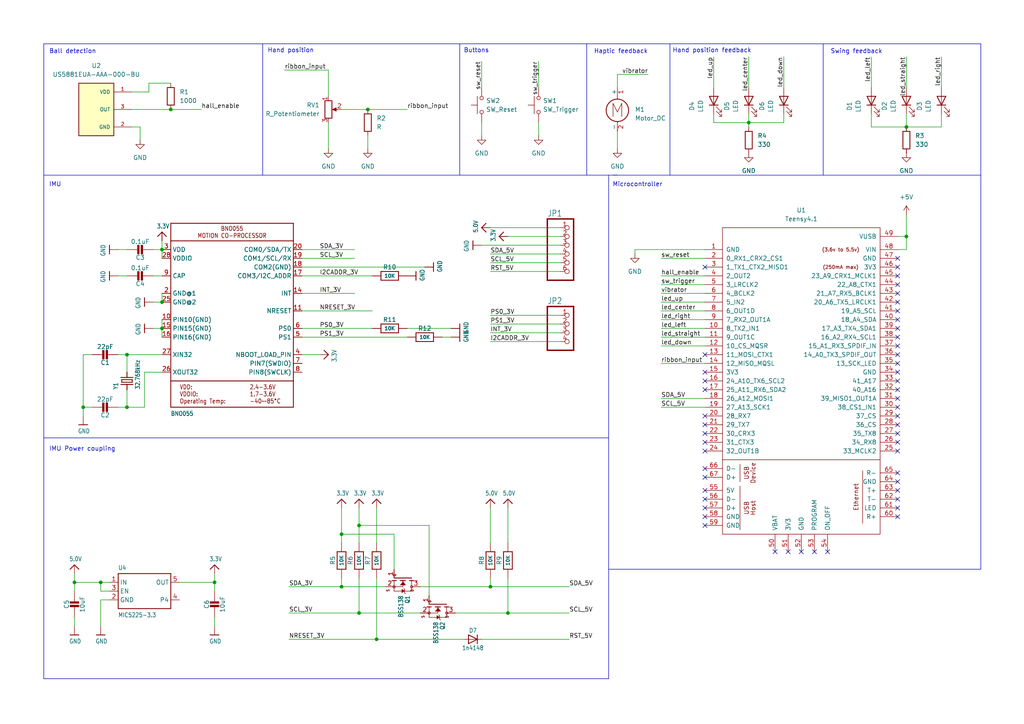
<source format=kicad_sch>
(kicad_sch (version 20231120) (generator "eeschema") (generator_version "8.0")
  (paper "A4")
  (title_block (title "Golf Trainer") (date "2025-02-13") (company "Università di Trento"))
  (lib_symbols
    (symbol "Adafruit BNO055-eagle-import:3.3V" (power)
      (symbol "3.3V_1_0"
        (pin power_in line (at 0 -2.54 90) (length 2.54) (name "3.3V") (number "1"))
      )
    )
    (symbol "Adafruit BNO055-eagle-import:5.0V" (power)
      (symbol "5.0V_1_0"
        (pin power_in line (at 0 -2.54 90) (length 2.54) (name "5.0V") (number "1"))
      )
    )
    (symbol "Adafruit BNO055-eagle-import:BNO055"
      (symbol "BNO055_1_0"
        (text "2.4-3.6V\n1.7-3.6V\n-40~~85°C" (at 5.08 -24.13 0) (effects (font (size 1.27 1.0795)) (justify left)))
        (text "BNO055\nMOTION CO-PROCESSOR" (at 0 22.86 0) (effects (font (size 1.27 1.0795))))
        (text "VDD:\nVDDIO:\nOperating Temp:" (at -15.24 -24.13 0) (effects (font (size 1.27 1.0795)) (justify left)))
        (pin bidirectional line (at -20.32 -2.54 0) (length 2.54) (name "PIN10(GND)") (number "10"))
        (pin bidirectional line (at 20.32 0 180) (length 2.54) (name "NRESET") (number "11"))
        (pin output line (at 20.32 5.08 180) (length 2.54) (name "INT") (number "14"))
        (pin bidirectional line (at -20.32 -5.08 0) (length 2.54) (name "PIN15(GND)") (number "15"))
        (pin bidirectional line (at -20.32 -7.62 0) (length 2.54) (name "PIN16(GND)") (number "16"))
        (pin bidirectional line (at 20.32 10.16 180) (length 2.54) (name "COM3/I2C_ADDR") (number "17"))
        (pin bidirectional line (at 20.32 12.7 180) (length 2.54) (name "COM2(GND)") (number "18"))
        (pin bidirectional line (at 20.32 15.24 180) (length 2.54) (name "COM1/SCL/RX") (number "19"))
        (pin power_in line (at -20.32 5.08 0) (length 2.54) (name "GND@1") (number "2"))
        (pin bidirectional line (at 20.32 17.78 180) (length 2.54) (name "COM0/SDA/TX") (number "20"))
        (pin power_in line (at -20.32 2.54 0) (length 2.54) (name "GND@2") (number "25"))
        (pin output line (at -20.32 -17.78 0) (length 2.54) (name "XOUT32") (number "26"))
        (pin input line (at -20.32 -12.7 0) (length 2.54) (name "XIN32") (number "27"))
        (pin power_in line (at -20.32 15.24 0) (length 2.54) (name "VDDIO") (number "28"))
        (pin power_in line (at -20.32 17.78 0) (length 2.54) (name "VDD") (number "3"))
        (pin bidirectional line (at 20.32 -12.7 180) (length 2.54) (name "NBOOT_LOAD_PIN") (number "4"))
        (pin input line (at 20.32 -7.62 180) (length 2.54) (name "PS1") (number "5"))
        (pin input line (at 20.32 -5.08 180) (length 2.54) (name "PS0") (number "6"))
        (pin bidirectional line (at 20.32 -15.24 180) (length 2.54) (name "PIN7(SWDIO)") (number "7"))
        (pin bidirectional line (at 20.32 -17.78 180) (length 2.54) (name "PIN8(SWCLK)") (number "8"))
        (pin passive line (at -20.32 10.16 0) (length 2.54) (name "CAP") (number "9"))
      )
    )
    (symbol "Adafruit BNO055-eagle-import:CAP_CERAMIC0805-NOOUTLINE"
      (property "Reference" "C" (at -2.29 1.25 90))
      (symbol "CAP_CERAMIC0805-NOOUTLINE_1_0"
        (pin passive line (at 0 5.08 270) (length 2.54) (name "1") (number "1"))
        (pin passive line (at 0 -2.54 90) (length 2.54) (name "2") (number "2"))
      )
    )
    (symbol "Adafruit BNO055-eagle-import:CAP_CERAMIC0805_10MGAP"
      (property "Reference" "C" (at -2.29 1.25 90))
      (symbol "CAP_CERAMIC0805_10MGAP_1_0"
        (pin passive line (at 0 5.08 270) (length 2.54) (name "1") (number "1"))
        (pin passive line (at 0 -2.54 90) (length 2.54) (name "2") (number "2"))
      )
    )
    (symbol "Adafruit BNO055-eagle-import:CRYSTAL8.0X3.8"
      (property "Reference" "Y" (at -2.54 2.54 0))
      (symbol "CRYSTAL8.0X3.8_1_0"
        (pin passive line (at -2.54 0 0) (length 0) (name "1") (number "P$1"))
        (pin passive line (at 2.54 0 180) (length 0) (name "2") (number "P$4"))
      )
    )
    (symbol "Adafruit BNO055-eagle-import:DIODESOD-323"
      (property "Reference" "D" (at 0 2.54 0))
      (symbol "DIODESOD-323_1_0"
        (pin passive line (at -2.54 0 0) (length 2.54) (name "A") (number "A"))
        (pin passive line (at 2.54 0 180) (length 2.54) (name "C") (number "C"))
      )
    )
    (symbol "Adafruit BNO055-eagle-import:GND" (power)
      (symbol "GND_1_0"
        (pin power_in line (at 0 2.54 270) (length 2.54) (name "GND") (number "1"))
      )
    )
    (symbol "Adafruit BNO055-eagle-import:HEADER-1X476MIL"
      (property "Reference" "JP" (at -6.35 8.255 0))
      (symbol "HEADER-1X476MIL_1_0"
        (pin passive inverted (at -2.54 5.08 0) (length 2.54) (name "1") (number "1"))
        (pin passive inverted (at -2.54 2.54 0) (length 2.54) (name "2") (number "2"))
        (pin passive inverted (at -2.54 0 0) (length 2.54) (name "3") (number "3"))
        (pin passive inverted (at -2.54 -2.54 0) (length 2.54) (name "4") (number "4"))
      )
    )
    (symbol "Adafruit BNO055-eagle-import:HEADER-1X676MIL"
      (property "Reference" "JP" (at -6.35 10.795 0))
      (symbol "HEADER-1X676MIL_1_0"
        (pin passive inverted (at -2.54 7.62 0) (length 2.54) (name "1") (number "1"))
        (pin passive inverted (at -2.54 5.08 0) (length 2.54) (name "2") (number "2"))
        (pin passive inverted (at -2.54 2.54 0) (length 2.54) (name "3") (number "3"))
        (pin passive inverted (at -2.54 0 0) (length 2.54) (name "4") (number "4"))
        (pin passive inverted (at -2.54 -2.54 0) (length 2.54) (name "5") (number "5"))
        (pin passive inverted (at -2.54 -5.08 0) (length 2.54) (name "6") (number "6"))
      )
    )
    (symbol "Adafruit BNO055-eagle-import:MOSFET-NWIDE"
      (property "Reference" "Q" (at 5.08 0.635 0))
      (symbol "MOSFET-NWIDE_1_0"
        (text "D" (at 3.175 3.175 0) (effects (font (size 0.8128 0.6908)) (justify left bottom)))
        (text "G" (at -1.27 -1.905 0) (effects (font (size 0.8128 0.6908)) (justify left bottom)))
        (text "S" (at 3.175 -3.81 0) (effects (font (size 0.8128 0.6908)) (justify left bottom)))
        (pin bidirectional line (at -2.54 -2.54 0) (length 2.54) (name "G") (number "1"))
        (pin bidirectional line (at 2.54 -5.08 90) (length 2.54) (name "S") (number "2"))
        (pin bidirectional line (at 2.54 5.08 270) (length 2.54) (name "D") (number "3"))
      )
    )
    (symbol "Adafruit BNO055-eagle-import:RESISTOR0805_NOOUTLINE"
      (property "Reference" "R" (at 0 2.54 0))
      (symbol "RESISTOR0805_NOOUTLINE_1_0"
        (pin passive line (at -5.08 0 0) (length 2.54) (name "1") (number "1"))
        (pin passive line (at 5.08 0 180) (length 2.54) (name "2") (number "2"))
      )
    )
    (symbol "Adafruit BNO055-eagle-import:RESISTOR_0805MP"
      (property "Reference" "R" (at 0 2.54 0))
      (symbol "RESISTOR_0805MP_1_0"
        (pin passive line (at -5.08 0 0) (length 2.54) (name "1") (number "1"))
        (pin passive line (at 5.08 0 180) (length 2.54) (name "2") (number "2"))
      )
    )
    (symbol "Adafruit BNO055-eagle-import:VREG_SOT23-5"
      (property "Reference" "U" (at -7.62 6.096 0))
      (symbol "VREG_SOT23-5_1_0"
        (pin power_in line (at -10.16 2.54 0) (length 2.54) (name "IN") (number "1"))
        (pin power_in line (at -10.16 -2.54 0) (length 2.54) (name "GND") (number "2"))
        (pin input line (at -10.16 0 0) (length 2.54) (name "EN") (number "3"))
        (pin bidirectional line (at 10.16 -2.54 180) (length 2.54) (name "P4") (number "4"))
        (pin power_in line (at 10.16 2.54 180) (length 2.54) (name "OUT") (number "5"))
      )
    )
    (symbol "Device:LED" (pin_numbers hide) (pin_names (offset 1.016) hide)
      (property "Reference" "D" (at 0 2.54 0))
      (property "Value" "LED" (at 0 -2.54 0))
      (symbol "LED_1_1"
        (pin passive line (at -3.81 0 0) (length 2.54) (name "K") (number "1"))
        (pin passive line (at 3.81 0 180) (length 2.54) (name "A") (number "2"))
      )
    )
    (symbol "Device:R" (pin_numbers hide) (pin_names (offset 0))
      (property "Reference" "R" (at 2.032 0 90))
      (property "Value" "R" (at 0 0 90))
      (symbol "R_1_1"
        (pin passive line (at 0 3.81 270) (length 1.27) (name "~") (number "1"))
        (pin passive line (at 0 -3.81 90) (length 1.27) (name "~") (number "2"))
      )
    )
    (symbol "Device:R_Potentiometer" (pin_names (offset 1.016) hide)
      (property "Reference" "RV" (at -4.445 0 90))
      (property "Value" "R_Potentiometer" (at -2.54 0 90))
      (symbol "R_Potentiometer_1_1"
        (pin passive line (at 0 3.81 270) (length 1.27) (name "1") (number "1"))
        (pin passive line (at 3.81 0 180) (length 1.27) (name "2") (number "2"))
        (pin passive line (at 0 -3.81 90) (length 1.27) (name "3") (number "3"))
      )
    )
    (symbol "Hall_effect:US5881EUA-AAA-000-BU" (pin_names (offset 1.016))
      (property "Reference" "U" (at -5.08 8.382 0))
      (property "Value" "US5881EUA-AAA-000-BU" (at -5.08 -10.16 0))
      (symbol "US5881EUA-AAA-000-BU_0_0"
        (pin power_in line (at 10.16 5.08 180) (length 5.08) (name "VDD") (number "1"))
        (pin power_in line (at 10.16 -5.08 180) (length 5.08) (name "GND") (number "2"))
        (pin output line (at 10.16 0 180) (length 5.08) (name "OUT") (number "3"))
      )
    )
    (symbol "Motor:Motor_DC" (pin_names (offset 0))
      (property "Reference" "M" (at 2.54 2.54 0))
      (property "Value" "Motor_DC" (at 2.54 -5.08 0))
      (symbol "Motor_DC_1_1"
        (pin passive line (at 0 5.08 270) (length 2.54) (name "+") (number "1"))
        (pin passive line (at 0 -7.62 90) (length 2.54) (name "-") (number "2"))
      )
    )
    (symbol "Switch:SW_Push" (pin_numbers hide) (pin_names (offset 1.016) hide)
      (property "Reference" "SW" (at 1.27 2.54 0))
      (property "Value" "SW_Push" (at 0 -1.524 0))
      (symbol "SW_Push_0_1"
        (pin passive line (at -5.08 0 0) (length 2.54) (name "1") (number "1"))
        (pin passive line (at 5.08 0 180) (length 2.54) (name "2") (number "2"))
      )
    )
    (symbol "Teensy:Teensy4.1" (pin_names (offset 1.016))
      (property "Reference" "U" (at 0 64.77 0))
      (property "Value" "Teensy4.1" (at 0 62.23 0))
      (symbol "Teensy4.1_0_0"
        (text "(250mA max)" (at 11.43 49.53 0) (effects (font (size 1.016 1.016))))
        (text "(3.6v to 5.5v)" (at 11.43 54.61 0) (effects (font (size 1.016 1.016))))
        (text "Device" (at -13.97 -10.16 900) (effects (font (size 1.27 1.27))))
        (text "Ethernet" (at 15.875 -17.145 900) (effects (font (size 1.27 1.27))))
        (text "Host" (at -13.97 -20.32 900) (effects (font (size 1.27 1.27))))
        (text "USB" (at -15.875 -20.32 900) (effects (font (size 1.27 1.27))))
        (text "USB" (at -15.875 -10.16 900) (effects (font (size 1.27 1.27))))
        (pin bidirectional line (at -27.94 31.75 0) (length 5.08) (name "8_TX2_IN1") (number "10"))
        (pin bidirectional line (at -27.94 29.21 0) (length 5.08) (name "9_OUT1C") (number "11"))
        (pin bidirectional line (at -27.94 26.67 0) (length 5.08) (name "10_CS_MQSR") (number "12"))
        (pin bidirectional line (at -27.94 24.13 0) (length 5.08) (name "11_MOSI_CTX1") (number "13"))
        (pin bidirectional line (at -27.94 21.59 0) (length 5.08) (name "12_MISO_MQSL") (number "14"))
        (pin power_in line (at -27.94 19.05 0) (length 5.08) (name "3V3") (number "15"))
        (pin bidirectional line (at -27.94 16.51 0) (length 5.08) (name "24_A10_TX6_SCL2") (number "16"))
        (pin bidirectional line (at -27.94 13.97 0) (length 5.08) (name "25_A11_RX6_SDA2") (number "17"))
        (pin bidirectional line (at -27.94 11.43 0) (length 5.08) (name "26_A12_MOSI1") (number "18"))
        (pin bidirectional line (at -27.94 8.89 0) (length 5.08) (name "27_A13_SCK1") (number "19"))
        (pin bidirectional line (at -27.94 6.35 0) (length 5.08) (name "28_RX7") (number "20"))
        (pin bidirectional line (at -27.94 3.81 0) (length 5.08) (name "29_TX7") (number "21"))
        (pin bidirectional line (at -27.94 1.27 0) (length 5.08) (name "30_CRX3") (number "22"))
        (pin bidirectional line (at -27.94 -1.27 0) (length 5.08) (name "31_CTX3") (number "23"))
        (pin bidirectional line (at -27.94 -3.81 0) (length 5.08) (name "32_OUT1B") (number "24"))
        (pin bidirectional line (at 27.94 -3.81 180) (length 5.08) (name "33_MCLK2") (number "25"))
        (pin bidirectional line (at 27.94 -1.27 180) (length 5.08) (name "34_RX8") (number "26"))
        (pin bidirectional line (at 27.94 1.27 180) (length 5.08) (name "35_TX8") (number "27"))
        (pin bidirectional line (at 27.94 3.81 180) (length 5.08) (name "36_CS") (number "28"))
        (pin bidirectional line (at 27.94 6.35 180) (length 5.08) (name "37_CS") (number "29"))
        (pin bidirectional line (at 27.94 8.89 180) (length 5.08) (name "38_CS1_IN1") (number "30"))
        (pin bidirectional line (at 27.94 11.43 180) (length 5.08) (name "39_MISO1_OUT1A") (number "31"))
        (pin bidirectional line (at 27.94 13.97 180) (length 5.08) (name "40_A16") (number "32"))
        (pin bidirectional line (at 27.94 16.51 180) (length 5.08) (name "41_A17") (number "33"))
        (pin bidirectional line (at 27.94 21.59 180) (length 5.08) (name "13_SCK_LED") (number "35"))
        (pin bidirectional line (at 27.94 24.13 180) (length 5.08) (name "14_A0_TX3_SPDIF_OUT") (number "36"))
        (pin bidirectional line (at 27.94 26.67 180) (length 5.08) (name "15_A1_RX3_SPDIF_IN") (number "37"))
        (pin bidirectional line (at 27.94 29.21 180) (length 5.08) (name "16_A2_RX4_SCL1") (number "38"))
        (pin bidirectional line (at 27.94 31.75 180) (length 5.08) (name "17_A3_TX4_SDA1") (number "39"))
        (pin bidirectional line (at 27.94 34.29 180) (length 5.08) (name "18_A4_SDA") (number "40"))
        (pin bidirectional line (at 27.94 36.83 180) (length 5.08) (name "19_A5_SCL") (number "41"))
        (pin bidirectional line (at 27.94 39.37 180) (length 5.08) (name "20_A6_TX5_LRCLK1") (number "42"))
        (pin bidirectional line (at 27.94 41.91 180) (length 5.08) (name "21_A7_RX5_BCLK1") (number "43"))
        (pin bidirectional line (at 27.94 44.45 180) (length 5.08) (name "22_A8_CTX1") (number "44"))
        (pin bidirectional line (at 27.94 46.99 180) (length 5.08) (name "23_A9_CRX1_MCLK1") (number "45"))
        (pin output line (at 27.94 49.53 180) (length 5.08) (name "3V3") (number "46"))
        (pin output line (at 27.94 52.07 180) (length 5.08) (name "GND") (number "47"))
        (pin power_in line (at 27.94 54.61 180) (length 5.08) (name "VIN") (number "48"))
        (pin power_out line (at 27.94 58.42 180) (length 5.08) (name "VUSB") (number "49"))
        (pin bidirectional line (at -27.94 44.45 0) (length 5.08) (name "3_LRCLK2") (number "5"))
        (pin power_in line (at -7.62 -33.02 90) (length 5.08) (name "VBAT") (number "50"))
        (pin power_in line (at -3.81 -33.02 90) (length 5.08) (name "3V3") (number "51"))
        (pin input line (at 0 -33.02 90) (length 5.08) (name "GND") (number "52"))
        (pin input line (at 3.81 -33.02 90) (length 5.08) (name "PROGRAM") (number "53"))
        (pin input line (at 7.62 -33.02 90) (length 5.08) (name "ON_OFF") (number "54"))
        (pin power_out line (at -27.94 -15.24 0) (length 5.08) (name "5V") (number "55"))
        (pin bidirectional line (at -27.94 -17.78 0) (length 5.08) (name "D-") (number "56"))
        (pin bidirectional line (at -27.94 -20.32 0) (length 5.08) (name "D+") (number "57"))
        (pin power_in line (at -27.94 -22.86 0) (length 5.08) (name "GND") (number "58"))
        (pin power_in line (at -27.94 -25.4 0) (length 5.08) (name "GND") (number "59"))
        (pin bidirectional line (at -27.94 41.91 0) (length 5.08) (name "4_BCLK2") (number "6"))
        (pin bidirectional line (at 27.94 -22.86 180) (length 5.08) (name "R+") (number "60"))
        (pin bidirectional line (at 27.94 -20.32 180) (length 5.08) (name "LED") (number "61"))
        (pin bidirectional line (at 27.94 -17.78 180) (length 5.08) (name "T-") (number "62"))
        (pin bidirectional line (at 27.94 -15.24 180) (length 5.08) (name "T+") (number "63"))
        (pin power_in line (at 27.94 -12.7 180) (length 5.08) (name "GND") (number "64"))
        (pin bidirectional line (at 27.94 -10.16 180) (length 5.08) (name "R-") (number "65"))
        (pin bidirectional line (at -27.94 -8.89 0) (length 5.08) (name "D-") (number "66"))
        (pin bidirectional line (at -27.94 -11.43 0) (length 5.08) (name "D+") (number "67"))
        (pin bidirectional line (at -27.94 39.37 0) (length 5.08) (name "5_IN2") (number "7"))
        (pin bidirectional line (at -27.94 36.83 0) (length 5.08) (name "6_OUT1D") (number "8"))
        (pin bidirectional line (at -27.94 34.29 0) (length 5.08) (name "7_RX2_OUT1A") (number "9"))
      )
      (symbol "Teensy4.1_1_1"
        (pin power_in line (at -27.94 54.61 0) (length 5.08) (name "GND") (number "1"))
        (pin bidirectional line (at -27.94 52.07 0) (length 5.08) (name "0_RX1_CRX2_CS1") (number "2"))
        (pin bidirectional line (at -27.94 49.53 0) (length 5.08) (name "1_TX1_CTX2_MISO1") (number "3"))
        (pin power_in line (at 27.94 19.05 180) (length 5.08) (name "GND") (number "34"))
        (pin bidirectional line (at -27.94 46.99 0) (length 5.08) (name "2_OUT2") (number "4"))
      )
    )
    (symbol "power:+5V" (power) (pin_numbers hide) (pin_names (offset 0) hide)
      (property "Value" "+5V" (at 0 3.556 0))
      (symbol "+5V_1_1"
        (pin power_in line (at 0 0 90) (length 0) (name "~") (number "1"))
      )
    )
    (symbol "power:GND" (power) (pin_numbers hide) (pin_names (offset 0) hide)
      (property "Value" "GND" (at 0 -3.81 0))
      (symbol "GND_1_1"
        (pin power_in line (at 0 0 270) (length 0) (name "~") (number "1"))
      )
    )
  )
  (junction (at 46.99 95.25))
  (junction (at 62.23 168.91))
  (junction (at 24.13 118.11))
  (junction (at 147.32 177.8))
  (junction (at 99.06 170.18))
  (junction (at 46.99 72.39))
  (junction (at 109.22 185.42))
  (junction (at 104.14 177.8))
  (junction (at 262.89 68.58))
  (junction (at 49.53 31.75))
  (junction (at 104.14 152.4))
  (junction (at 99.06 154.94))
  (junction (at 29.21 168.91))
  (junction (at 36.83 102.87))
  (junction (at 217.17 35.56))
  (junction (at 106.68 31.75))
  (junction (at 36.83 118.11))
  (junction (at 262.89 36.83))
  (junction (at 21.59 168.91))
  (junction (at 46.99 87.63))
  (junction (at 142.24 170.18))
  (no_connect (at 260.35 123.19))
  (no_connect (at 260.35 118.11))
  (no_connect (at 204.47 128.27))
  (no_connect (at 204.47 125.73))
  (no_connect (at 260.35 149.86))
  (no_connect (at 204.47 123.19))
  (no_connect (at 204.47 152.4))
  (no_connect (at 260.35 102.87))
  (no_connect (at 204.47 135.89))
  (no_connect (at 224.79 160.02))
  (no_connect (at 260.35 144.78))
  (no_connect (at 204.47 120.65))
  (no_connect (at 232.41 160.02))
  (no_connect (at 204.47 138.43))
  (no_connect (at 260.35 82.55))
  (no_connect (at 260.35 137.16))
  (no_connect (at 260.35 107.95))
  (no_connect (at 204.47 142.24))
  (no_connect (at 240.03 160.02))
  (no_connect (at 204.47 130.81))
  (no_connect (at 204.47 147.32))
  (no_connect (at 228.6 160.02))
  (no_connect (at 260.35 95.25))
  (no_connect (at 204.47 149.86))
  (no_connect (at 260.35 90.17))
  (no_connect (at 204.47 107.95))
  (no_connect (at 260.35 147.32))
  (no_connect (at 260.35 113.03))
  (no_connect (at 204.47 110.49))
  (no_connect (at 260.35 97.79))
  (no_connect (at 260.35 77.47))
  (no_connect (at 260.35 92.71))
  (no_connect (at 260.35 80.01))
  (no_connect (at 260.35 128.27))
  (no_connect (at 260.35 105.41))
  (no_connect (at 236.22 160.02))
  (no_connect (at 260.35 100.33))
  (no_connect (at 260.35 139.7))
  (no_connect (at 204.47 102.87))
  (no_connect (at 204.47 113.03))
  (no_connect (at 260.35 142.24))
  (no_connect (at 204.47 144.78))
  (no_connect (at 260.35 74.93))
  (no_connect (at 260.35 130.81))
  (no_connect (at 260.35 120.65))
  (no_connect (at 260.35 125.73))
  (no_connect (at 260.35 85.09))
  (no_connect (at 260.35 87.63))
  (no_connect (at 204.47 77.47))
  (no_connect (at 260.35 115.57))
  (no_connect (at 260.35 110.49))
  (wire (pts (xy 87.63 80.01) (xy 107.95 80.01)) (stroke (width 0.1524)))
  (wire (pts (xy 46.99 107.95) (xy 41.91 107.95)) (stroke (width 0.1524)))
  (wire (pts (xy 99.06 170.18) (xy 83.82 170.18)) (stroke (width 0.1524)))
  (wire (pts (xy 262.89 72.39) (xy 262.89 68.58)))
  (wire (pts (xy 121.92 177.8) (xy 104.14 177.8)) (stroke (width 0.1524)))
  (wire (pts (xy 36.83 113.03) (xy 36.83 118.11)) (stroke (width 0.1524)))
  (wire (pts (xy 41.91 107.95) (xy 41.91 118.11)) (stroke (width 0.1524)))
  (wire (pts (xy 132.08 177.8) (xy 147.32 177.8)) (stroke (width 0.1524)))
  (wire (pts (xy 99.06 154.94) (xy 99.06 147.32)) (stroke (width 0.1524)))
  (wire (pts (xy 124.46 152.4) (xy 104.14 152.4)) (stroke (width 0.1524)))
  (wire (pts (xy 191.77 80.01) (xy 204.47 80.01)))
  (wire (pts (xy 104.14 157.48) (xy 104.14 152.4)) (stroke (width 0.1524)))
  (wire (pts (xy 24.13 102.87) (xy 24.13 118.11)) (stroke (width 0.1524)))
  (wire (pts (xy 179.07 38.1) (xy 179.07 43.18)))
  (wire (pts (xy 95.25 35.56) (xy 95.25 43.18)))
  (wire (pts (xy 26.67 102.87) (xy 24.13 102.87)) (stroke (width 0.1524)))
  (wire (pts (xy 36.83 80.01) (xy 34.29 80.01)) (stroke (width 0.1524)))
  (wire (pts (xy 142.24 76.2) (xy 162.56 76.2)) (stroke (width 0.1524)))
  (polyline (pts (xy 76.2 12.7) (xy 76.2 50.8)))
  (wire (pts (xy 31.75 171.45) (xy 29.21 171.45)) (stroke (width 0.1524)))
  (wire (pts (xy 191.77 118.11) (xy 204.47 118.11)))
  (wire (pts (xy 191.77 74.93) (xy 204.47 74.93)))
  (wire (pts (xy 87.63 90.17) (xy 107.95 90.17)) (stroke (width 0.1524)))
  (wire (pts (xy 207.01 35.56) (xy 217.17 35.56)))
  (wire (pts (xy 46.99 95.25) (xy 44.45 95.25)) (stroke (width 0.1524)))
  (wire (pts (xy 191.77 115.57) (xy 204.47 115.57)))
  (wire (pts (xy 147.32 157.48) (xy 147.32 147.32)) (stroke (width 0.1524)))
  (polyline (pts (xy 238.76 12.7) (xy 238.76 50.8)))
  (polyline (pts (xy 12.7 12.7) (xy 12.7 196.85)))
  (wire (pts (xy 44.45 72.39) (xy 46.99 72.39)) (stroke (width 0.1524)))
  (polyline (pts (xy 220.98 50.8) (xy 284.48 50.8)))
  (wire (pts (xy 128.27 97.79) (xy 130.81 97.79)) (stroke (width 0.1524)))
  (wire (pts (xy 21.59 171.45) (xy 21.59 168.91)) (stroke (width 0.1524)))
  (wire (pts (xy 227.33 35.56) (xy 217.17 35.56)))
  (polyline (pts (xy 176.53 196.85) (xy 176.53 165.1)))
  (wire (pts (xy 99.06 167.64) (xy 99.06 170.18)) (stroke (width 0.1524)))
  (wire (pts (xy 114.3 154.94) (xy 99.06 154.94)) (stroke (width 0.1524)))
  (wire (pts (xy 36.83 118.11) (xy 34.29 118.11)) (stroke (width 0.1524)))
  (wire (pts (xy 191.77 105.41) (xy 204.47 105.41)))
  (wire (pts (xy 43.18 26.67) (xy 43.18 24.13)))
  (wire (pts (xy 179.07 21.59) (xy 187.96 21.59)))
  (wire (pts (xy 29.21 171.45) (xy 29.21 168.91)) (stroke (width 0.1524)))
  (wire (pts (xy 184.15 73.66) (xy 184.15 72.39)))
  (wire (pts (xy 179.07 25.4) (xy 179.07 21.59)))
  (wire (pts (xy 217.17 33.02) (xy 217.17 35.56)))
  (polyline (pts (xy 170.18 12.7) (xy 170.18 50.8)))
  (wire (pts (xy 36.83 72.39) (xy 34.29 72.39)) (stroke (width 0.1524)))
  (polyline (pts (xy 12.7 196.85) (xy 176.53 196.85)))
  (wire (pts (xy 106.68 39.37) (xy 106.68 43.18)))
  (wire (pts (xy 142.24 99.06) (xy 162.56 99.06)) (stroke (width 0.1524)))
  (wire (pts (xy 207.01 33.02) (xy 207.01 35.56)))
  (wire (pts (xy 252.73 33.02) (xy 252.73 36.83)))
  (wire (pts (xy 142.24 91.44) (xy 162.56 91.44)) (stroke (width 0.1524)))
  (wire (pts (xy 227.33 33.02) (xy 227.33 35.56)))
  (wire (pts (xy 46.99 102.87) (xy 36.83 102.87)) (stroke (width 0.1524)))
  (wire (pts (xy 26.67 118.11) (xy 24.13 118.11)) (stroke (width 0.1524)))
  (polyline (pts (xy 177.8 50.8) (xy 179.07 50.8)))
  (wire (pts (xy 46.99 85.09) (xy 46.99 87.63)) (stroke (width 0.1524)))
  (wire (pts (xy 142.24 157.48) (xy 142.24 147.32)) (stroke (width 0.1524)))
  (polyline (pts (xy 284.48 165.1) (xy 284.48 50.8)))
  (wire (pts (xy 38.1 36.83) (xy 40.64 36.83)))
  (wire (pts (xy 21.59 179.07) (xy 21.59 181.61)) (stroke (width 0.1524)))
  (wire (pts (xy 21.59 168.91) (xy 21.59 166.37)) (stroke (width 0.1524)))
  (wire (pts (xy 273.05 16.51) (xy 273.05 25.4)))
  (wire (pts (xy 109.22 157.48) (xy 109.22 147.32)) (stroke (width 0.1524)))
  (wire (pts (xy 162.56 68.58) (xy 147.32 68.58)) (stroke (width 0.1524)))
  (wire (pts (xy 104.14 152.4) (xy 104.14 147.32)) (stroke (width 0.1524)))
  (wire (pts (xy 191.77 92.71) (xy 204.47 92.71)))
  (polyline (pts (xy 12.7 50.8) (xy 76.2 50.8)))
  (wire (pts (xy 99.06 157.48) (xy 99.06 154.94)) (stroke (width 0.1524)))
  (wire (pts (xy 95.25 27.94) (xy 95.25 20.32)))
  (wire (pts (xy 29.21 173.99) (xy 29.21 181.61)) (stroke (width 0.1524)))
  (polyline (pts (xy 176.53 165.1) (xy 284.48 165.1)))
  (wire (pts (xy 104.14 177.8) (xy 83.82 177.8)) (stroke (width 0.1524)))
  (wire (pts (xy 95.25 20.32) (xy 82.55 20.32)))
  (wire (pts (xy 52.07 168.91) (xy 62.23 168.91)) (stroke (width 0.1524)))
  (polyline (pts (xy 12.7 127) (xy 176.53 127)))
  (wire (pts (xy 87.63 95.25) (xy 107.95 95.25)) (stroke (width 0.1524)))
  (wire (pts (xy 260.35 68.58) (xy 262.89 68.58)))
  (wire (pts (xy 46.99 74.93) (xy 46.99 72.39)) (stroke (width 0.1524)))
  (wire (pts (xy 191.77 90.17) (xy 204.47 90.17)))
  (polyline (pts (xy 133.35 50.8) (xy 220.98 50.8)))
  (wire (pts (xy 99.06 31.75) (xy 106.68 31.75)))
  (wire (pts (xy 87.63 74.93) (xy 102.87 74.93)) (stroke (width 0.1524)))
  (wire (pts (xy 114.3 165.1) (xy 114.3 154.94)) (stroke (width 0.1524)))
  (wire (pts (xy 147.32 177.8) (xy 165.1 177.8)) (stroke (width 0.1524)))
  (wire (pts (xy 191.77 100.33) (xy 204.47 100.33)))
  (wire (pts (xy 121.92 170.18) (xy 142.24 170.18)) (stroke (width 0.1524)))
  (wire (pts (xy 83.82 185.42) (xy 109.22 185.42)) (stroke (width 0.1524)))
  (polyline (pts (xy 284.48 50.8) (xy 284.48 12.7)))
  (wire (pts (xy 38.1 31.75) (xy 49.53 31.75)))
  (wire (pts (xy 46.99 87.63) (xy 44.45 87.63)) (stroke (width 0.1524)))
  (wire (pts (xy 252.73 36.83) (xy 262.89 36.83)))
  (wire (pts (xy 87.63 97.79) (xy 118.11 97.79)) (stroke (width 0.1524)))
  (wire (pts (xy 139.7 35.56) (xy 139.7 39.37)))
  (polyline (pts (xy 194.31 12.7) (xy 194.31 50.8)))
  (wire (pts (xy 191.77 87.63) (xy 204.47 87.63)))
  (wire (pts (xy 62.23 179.07) (xy 62.23 181.61)) (stroke (width 0.1524)))
  (wire (pts (xy 273.05 33.02) (xy 273.05 36.83)))
  (wire (pts (xy 142.24 96.52) (xy 162.56 96.52)) (stroke (width 0.1524)))
  (wire (pts (xy 123.19 77.47) (xy 87.63 77.47)) (stroke (width 0.1524)))
  (wire (pts (xy 142.24 170.18) (xy 165.1 170.18)) (stroke (width 0.1524)))
  (wire (pts (xy 109.22 167.64) (xy 109.22 185.42)) (stroke (width 0.1524)))
  (wire (pts (xy 87.63 102.87) (xy 92.71 102.87)) (stroke (width 0.1524)))
  (polyline (pts (xy 133.35 12.7) (xy 133.35 50.8)))
  (wire (pts (xy 87.63 85.09) (xy 102.87 85.09)) (stroke (width 0.1524)))
  (wire (pts (xy 142.24 66.04) (xy 162.56 66.04)) (stroke (width 0.1524)))
  (wire (pts (xy 142.24 73.66) (xy 162.56 73.66)) (stroke (width 0.1524)))
  (wire (pts (xy 142.24 93.98) (xy 162.56 93.98)) (stroke (width 0.1524)))
  (wire (pts (xy 191.77 85.09) (xy 204.47 85.09)))
  (wire (pts (xy 191.77 95.25) (xy 204.47 95.25)))
  (wire (pts (xy 41.91 118.11) (xy 36.83 118.11)) (stroke (width 0.1524)))
  (wire (pts (xy 49.53 31.75) (xy 58.42 31.75)))
  (wire (pts (xy 24.13 118.11) (xy 24.13 120.65)) (stroke (width 0.1524)))
  (wire (pts (xy 260.35 72.39) (xy 262.89 72.39)))
  (wire (pts (xy 207.01 16.51) (xy 207.01 25.4)))
  (polyline (pts (xy 176.53 50.8) (xy 176.53 165.1)))
  (wire (pts (xy 184.15 72.39) (xy 204.47 72.39)))
  (wire (pts (xy 46.99 80.01) (xy 44.45 80.01)) (stroke (width 0.1524)))
  (wire (pts (xy 262.89 33.02) (xy 262.89 36.83)))
  (wire (pts (xy 62.23 171.45) (xy 62.23 168.91)) (stroke (width 0.1524)))
  (wire (pts (xy 46.99 72.39) (xy 46.99 69.85)) (stroke (width 0.1524)))
  (wire (pts (xy 104.14 167.64) (xy 104.14 177.8)) (stroke (width 0.1524)))
  (wire (pts (xy 252.73 16.51) (xy 252.73 25.4)))
  (wire (pts (xy 40.64 36.83) (xy 40.64 40.64)))
  (wire (pts (xy 106.68 31.75) (xy 118.11 31.75)))
  (wire (pts (xy 118.11 95.25) (xy 130.81 95.25)) (stroke (width 0.1524)))
  (wire (pts (xy 191.77 82.55) (xy 204.47 82.55)))
  (wire (pts (xy 31.75 168.91) (xy 29.21 168.91)) (stroke (width 0.1524)))
  (wire (pts (xy 62.23 168.91) (xy 62.23 166.37)) (stroke (width 0.1524)))
  (wire (pts (xy 142.24 78.74) (xy 162.56 78.74)) (stroke (width 0.1524)))
  (wire (pts (xy 142.24 170.18) (xy 142.24 167.64)) (stroke (width 0.1524)))
  (wire (pts (xy 191.77 97.79) (xy 204.47 97.79)))
  (wire (pts (xy 156.21 17.78) (xy 156.21 25.4)))
  (wire (pts (xy 262.89 62.23) (xy 262.89 68.58)))
  (wire (pts (xy 139.7 71.12) (xy 162.56 71.12)) (stroke (width 0.1524)))
  (wire (pts (xy 262.89 36.83) (xy 273.05 36.83)))
  (wire (pts (xy 43.18 26.67) (xy 38.1 26.67)))
  (wire (pts (xy 262.89 16.51) (xy 262.89 25.4)))
  (wire (pts (xy 43.18 24.13) (xy 49.53 24.13)))
  (wire (pts (xy 29.21 168.91) (xy 21.59 168.91)) (stroke (width 0.1524)))
  (wire (pts (xy 139.7 17.78) (xy 139.7 25.4)))
  (wire (pts (xy 217.17 35.56) (xy 217.17 36.83)))
  (wire (pts (xy 31.75 173.99) (xy 29.21 173.99)) (stroke (width 0.1524)))
  (wire (pts (xy 111.76 170.18) (xy 99.06 170.18)) (stroke (width 0.1524)))
  (wire (pts (xy 156.21 35.56) (xy 156.21 39.37)))
  (wire (pts (xy 227.33 16.51) (xy 227.33 25.4)))
  (wire (pts (xy 36.83 102.87) (xy 34.29 102.87)) (stroke (width 0.1524)))
  (polyline (pts (xy 284.48 12.7) (xy 12.7 12.7)))
  (wire (pts (xy 217.17 16.51) (xy 217.17 25.4)))
  (wire (pts (xy 46.99 92.71) (xy 46.99 95.25)) (stroke (width 0.1524)))
  (wire (pts (xy 124.46 172.72) (xy 124.46 152.4)) (stroke (width 0.1524)))
  (wire (pts (xy 36.83 107.95) (xy 36.83 102.87)) (stroke (width 0.1524)))
  (wire (pts (xy 139.7 185.42) (xy 165.1 185.42)) (stroke (width 0.1524)))
  (wire (pts (xy 87.63 72.39) (xy 102.87 72.39)) (stroke (width 0.1524)))
  (wire (pts (xy 46.99 97.79) (xy 46.99 95.25)) (stroke (width 0.1524)))
  (wire (pts (xy 109.22 185.42) (xy 134.62 185.42)) (stroke (width 0.1524)))
  (polyline (pts (xy 76.2 50.8) (xy 133.35 50.8)))
  (wire (pts (xy 147.32 177.8) (xy 147.32 167.64)) (stroke (width 0.1524)))
  (text "IMU Power coupling" (at 23.876 130.302 0) (effects (font (size 1.27 1.27))))
  (text "Hand position" (at 84.328 14.732 0) (effects (font (size 1.27 1.27))))
  (text "Buttons" (at 138.176 14.732 0) (effects (font (size 1.27 1.27))))
  (text "Haptic feedback" (at 180.086 14.986 0) (effects (font (size 1.27 1.27))))
  (text "Hand position feedback" (at 206.502 14.732 0) (effects (font (size 1.27 1.27))))
  (text "Swing feedback" (at 248.412 14.986 0) (effects (font (size 1.27 1.27))))
  (text "Ball detection" (at 21.082 14.986 0) (effects (font (size 1.27 1.27))))
  (text "IMU" (at 16.002 53.594 0) (effects (font (size 1.27 1.27))))
  (text "Microcontroller" (at 184.912 53.594 0) (effects (font (size 1.27 1.27))))
  (label "SDA_3V" (at 83.82 170.18 0) (effects (font (size 1.2446 1.2446))))
  (label "vibrator" (at 191.77 85.09 0))
  (label "SDA_5V" (at 142.24 73.66 0) (effects (font (size 1.2446 1.2446))))
  (label "hall_enable" (at 58.42 31.75 0))
  (label "PS0_3V" (at 142.24 91.44 0) (effects (font (size 1.2446 1.2446))))
  (label "led_up" (at 207.01 16.51 270))
  (label "SDA_5V" (at 191.77 115.57 0))
  (label "PS0_3V" (at 92.71 95.25 0) (effects (font (size 1.2446 1.2446))))
  (label "NRESET_3V" (at 92.71 90.17 0) (effects (font (size 1.2446 1.2446))))
  (label "I2CADDR_3V" (at 142.24 99.06 0) (effects (font (size 1.2446 1.2446))))
  (label "SCL_5V" (at 191.77 118.11 0))
  (label "sw_reset" (at 191.77 74.93 0))
  (label "SCL_5V" (at 165.1 177.8 0) (effects (font (size 1.2446 1.2446))))
  (label "led_center" (at 191.77 90.17 0))
  (label "sw_reset" (at 139.7 17.78 270))
  (label "led_down" (at 191.77 100.33 0))
  (label "hall_enable" (at 191.77 80.01 0))
  (label "led_down" (at 227.33 16.51 270))
  (label "SCL_3V" (at 83.82 177.8 0) (effects (font (size 1.2446 1.2446))))
  (label "ribbon_input" (at 191.77 105.41 0))
  (label "vibrator" (at 187.96 21.59 180))
  (label "INT_3V" (at 92.71 85.09 0) (effects (font (size 1.2446 1.2446))))
  (label "led_left" (at 252.73 16.51 270))
  (label "led_straight" (at 191.77 97.79 0))
  (label "INT_3V" (at 142.24 96.52 0) (effects (font (size 1.2446 1.2446))))
  (label "led_straight" (at 262.89 16.51 270))
  (label "RST_5V" (at 165.1 185.42 0) (effects (font (size 1.2446 1.2446))))
  (label "led_right" (at 273.05 16.51 270))
  (label "I2CADDR_3V" (at 92.71 80.01 0) (effects (font (size 1.2446 1.2446))))
  (label "PS1_3V" (at 92.71 97.79 0) (effects (font (size 1.2446 1.2446))))
  (label "sw_trigger" (at 191.77 82.55 0))
  (label "NRESET_3V" (at 83.82 185.42 0) (effects (font (size 1.2446 1.2446))))
  (label "sw_trigger" (at 156.21 17.78 270))
  (label "SCL_5V" (at 142.24 76.2 0) (effects (font (size 1.2446 1.2446))))
  (label "ribbon_input" (at 118.11 31.75 0))
  (label "led_right" (at 191.77 92.71 0))
  (label "led_up" (at 191.77 87.63 0))
  (label "SCL_3V" (at 92.71 74.93 0) (effects (font (size 1.2446 1.2446))))
  (label "SDA_3V" (at 92.71 72.39 0) (effects (font (size 1.2446 1.2446))))
  (label "led_left" (at 191.77 95.25 0))
  (label "led_center" (at 217.17 16.51 270))
  (label "RST_5V" (at 142.24 78.74 0) (effects (font (size 1.2446 1.2446))))
  (label "ribbon_input" (at 82.55 20.32 0))
  (label "SDA_5V" (at 165.1 170.18 0) (effects (font (size 1.2446 1.2446))))
  (label "PS1_3V" (at 142.24 93.98 0) (effects (font (size 1.2446 1.2446))))
  (symbol (lib_id "Adafruit BNO055-eagle-import:RESISTOR_0805MP") (at 147.32 162.56 90) (unit 1)
    (property "Reference" "R9" (at 144.78 162.56 0))
    (property "Value" "10K" (at 147.32 162.56 0) (effects (font (size 1.016 1.016) (thickness 0.2032) (bold yes))))
    (property "Footprint" "Adafruit BNO055:_0805MP" (effects (hide yes)))
  )
  (symbol (lib_id "Adafruit BNO055-eagle-import:5.0V") (at 139.7 66.04 90) (unit 1)
    (property "Reference" "#U$013" (effects (hide yes)))
    (property "Value" "5.0V" (at 138.684 67.564 0) (effects (font (size 1.27 1.0795)) (justify left bottom)))
  )
  (symbol (lib_id "Device:R_Potentiometer") (at 95.25 31.75 0) (unit 1)
    (property "Reference" "RV1" (at 92.71 30.4799 0) (effects (justify right)))
    (property "Value" "R_Potentiometer" (at 92.71 33.0199 0) (effects (justify right)))
    (property "Description" "Potentiometer" (effects (hide yes)))
  )
  (symbol (lib_id "power:GND") (at 40.64 40.64 0) (unit 1)
    (property "Reference" "#PWR02" (effects (hide yes)))
    (property "Value" "GND" (at 40.64 45.72 0))
    (property "Description" "Power symbol creates a global label with name \"GND\" , ground" (effects (hide yes)))
  )
  (symbol (lib_id "Adafruit BNO055-eagle-import:RESISTOR0805_NOOUTLINE") (at 99.06 162.56 90) (unit 1)
    (property "Reference" "R5" (at 96.52 162.56 0))
    (property "Value" "10K" (at 99.06 162.56 0) (effects (font (size 1.016 1.016) (thickness 0.2032) (bold yes))))
    (property "Footprint" "Adafruit BNO055:0805-NO" (effects (hide yes)))
  )
  (symbol (lib_id "Device:R") (at 262.89 40.64 0) (unit 1)
    (property "Reference" "R3" (at 265.43 39.3699 0) (effects (justify left)))
    (property "Value" "330" (at 265.43 41.9099 0) (effects (justify left)))
    (property "Description" "Resistor" (effects (hide yes)))
  )
  (symbol (lib_id "Device:R") (at 106.68 35.56 0) (unit 1)
    (property "Reference" "R2" (at 109.22 34.2899 0) (effects (justify left)))
    (property "Value" "R" (at 109.22 36.8299 0) (effects (justify left)))
    (property "Description" "Resistor" (effects (hide yes)))
  )
  (symbol (lib_id "power:+5V") (at 262.89 62.23 0) (unit 1)
    (property "Reference" "#PWR09" (effects (hide yes)))
    (property "Value" "+5V" (at 262.89 57.15 0))
    (property "Description" "Power symbol creates a global label with name \"+5V\"" (effects (hide yes)))
  )
  (symbol (lib_id "Adafruit BNO055-eagle-import:CRYSTAL8.0X3.8") (at 36.83 110.49 90) (unit 1)
    (property "Reference" "Y1" (at 34.29 113.03 0) (effects (font (size 1.27 1.0795)) (justify left bottom)))
    (property "Value" "32.768kHz" (at 40.64 113.03 0) (effects (font (size 1.27 1.0795)) (justify left bottom)))
    (property "Footprint" "Adafruit BNO055:CRYSTAL_8X3.8" (effects (hide yes)))
  )
  (symbol (lib_id "Adafruit BNO055-eagle-import:CAP_CERAMIC0805-NOOUTLINE") (at 41.91 80.01 90) (unit 1)
    (property "Reference" "C4" (at 40.66 82.3 90))
    (property "Value" "0.1uF" (at 40.66 77.71 90))
    (property "Footprint" "Adafruit BNO055:0805-NO" (effects (hide yes)))
  )
  (symbol (lib_id "Switch:SW_Push") (at 139.7 30.48 90) (unit 1)
    (property "Reference" "SW2" (at 140.97 29.2099 90) (effects (justify right)))
    (property "Value" "SW_Reset" (at 140.97 31.7499 90) (effects (justify right)))
    (property "Description" "Push button switch, generic, two pins" (effects (hide yes)))
  )
  (symbol (lib_id "Adafruit BNO055-eagle-import:3.3V") (at 99.06 144.78 0) (unit 1)
    (property "Reference" "#U$04" (effects (hide yes)))
    (property "Value" "3.3V" (at 97.536 143.764 0) (effects (font (size 1.27 1.0795)) (justify left bottom)))
  )
  (symbol (lib_id "Adafruit BNO055-eagle-import:RESISTOR0805_NOOUTLINE") (at 113.03 80.01 0) (unit 1)
    (property "Reference" "R10" (at 113.03 77.47 0))
    (property "Value" "10K" (at 113.03 80.01 0) (effects (font (size 1.016 1.016) (thickness 0.2032) (bold yes))))
    (property "Footprint" "Adafruit BNO055:0805-NO" (effects (hide yes)))
  )
  (symbol (lib_id "Adafruit BNO055-eagle-import:GND") (at 41.91 95.25 270) (unit 1)
    (property "Reference" "#U$07" (effects (hide yes)))
    (property "Value" "GND" (at 39.37 93.726 0) (effects (font (size 1.27 1.0795)) (justify left bottom)))
  )
  (symbol (lib_id "Adafruit BNO055-eagle-import:GND") (at 125.73 77.47 90) (unit 1)
    (property "Reference" "#U$017" (effects (hide yes)))
    (property "Value" "GND" (at 128.27 78.994 0) (effects (font (size 1.27 1.0795)) (justify left bottom)))
  )
  (symbol (lib_id "Adafruit BNO055-eagle-import:GND") (at 133.35 95.25 90) (unit 1)
    (property "Reference" "#U$018" (effects (hide yes)))
    (property "Value" "GND" (at 135.89 96.774 0) (effects (font (size 1.27 1.0795)) (justify left bottom)))
  )
  (symbol (lib_id "Adafruit BNO055-eagle-import:3.3V") (at 62.23 163.83 0) (unit 1)
    (property "Reference" "#U$023" (effects (hide yes)))
    (property "Value" "3.3V" (at 60.706 162.814 0) (effects (font (size 1.27 1.0795)) (justify left bottom)))
  )
  (symbol (lib_id "Adafruit BNO055-eagle-import:GND") (at 29.21 184.15 0) (unit 1)
    (property "Reference" "#U$022" (effects (hide yes)))
    (property "Value" "GND" (at 27.686 186.69 0) (effects (font (size 1.27 1.0795)) (justify left bottom)))
  )
  (symbol (lib_id "Adafruit BNO055-eagle-import:3.3V") (at 104.14 144.78 0) (unit 1)
    (property "Reference" "#U$05" (effects (hide yes)))
    (property "Value" "3.3V" (at 102.616 143.764 0) (effects (font (size 1.27 1.0795)) (justify left bottom)))
  )
  (symbol (lib_id "power:GND") (at 106.68 43.18 0) (unit 1)
    (property "Reference" "#PWR06" (effects (hide yes)))
    (property "Value" "GND" (at 106.68 48.26 0))
    (property "Description" "Power symbol creates a global label with name \"GND\" , ground" (effects (hide yes)))
  )
  (symbol (lib_id "power:GND") (at 262.89 44.45 0) (unit 1)
    (property "Reference" "#PWR08" (effects (hide yes)))
    (property "Value" "GND" (at 262.89 49.53 0))
    (property "Description" "Power symbol creates a global label with name \"GND\" , ground" (effects (hide yes)))
  )
  (symbol (lib_id "Adafruit BNO055-eagle-import:5.0V") (at 147.32 144.78 0) (unit 1)
    (property "Reference" "#U$011" (effects (hide yes)))
    (property "Value" "5.0V" (at 145.796 143.764 0) (effects (font (size 1.27 1.0795)) (justify left bottom)))
  )
  (symbol (lib_id "Adafruit BNO055-eagle-import:GND") (at 41.91 87.63 270) (unit 1)
    (property "Reference" "#U$06" (effects (hide yes)))
    (property "Value" "GND" (at 39.37 86.106 0) (effects (font (size 1.27 1.0795)) (justify left bottom)))
  )
  (symbol (lib_id "power:GND") (at 95.25 43.18 0) (unit 1)
    (property "Reference" "#PWR05" (effects (hide yes)))
    (property "Value" "GND" (at 95.25 48.26 0))
    (property "Description" "Power symbol creates a global label with name \"GND\" , ground" (effects (hide yes)))
  )
  (symbol (lib_id "Adafruit BNO055-eagle-import:5.0V") (at 142.24 144.78 0) (unit 1)
    (property "Reference" "#U$010" (effects (hide yes)))
    (property "Value" "5.0V" (at 140.716 143.764 0) (effects (font (size 1.27 1.0795)) (justify left bottom)))
  )
  (symbol (lib_id "Adafruit BNO055-eagle-import:5.0V") (at 21.59 163.83 0) (unit 1)
    (property "Reference" "#U$020" (effects (hide yes)))
    (property "Value" "5.0V" (at 20.066 162.814 0) (effects (font (size 1.27 1.0795)) (justify left bottom)))
  )
  (symbol (lib_id "Device:R") (at 217.17 40.64 0) (unit 1)
    (property "Reference" "R4" (at 219.71 39.3699 0) (effects (justify left)))
    (property "Value" "330" (at 219.71 41.9099 0) (effects (justify left)))
    (property "Description" "Resistor" (effects (hide yes)))
  )
  (symbol (lib_id "Adafruit BNO055-eagle-import:GND") (at 31.75 72.39 270) (unit 1)
    (property "Reference" "#U$02" (effects (hide yes)))
    (property "Value" "GND" (at 29.21 70.866 0) (effects (font (size 1.27 1.0795)) (justify left bottom)))
  )
  (symbol (lib_id "Adafruit BNO055-eagle-import:3.3V") (at 95.25 102.87 270) (unit 1)
    (property "Reference" "#U$012" (effects (hide yes)))
    (property "Value" "3.3V" (at 96.266 101.346 0) (effects (font (size 1.27 1.0795)) (justify left bottom)))
  )
  (symbol (lib_id "Adafruit BNO055-eagle-import:HEADER-1X476MIL") (at 165.1 96.52 0) (unit 1)
    (property "Reference" "JP2" (at 158.75 88.265 0) (effects (font (size 1.778 1.5113)) (justify left bottom)))
    (property "Value" "HEADER-1X476MIL" (effects (hide yes)))
    (property "Footprint" "Adafruit BNO055:1X04_ROUND_76" (effects (hide yes)))
  )
  (symbol (lib_id "Adafruit BNO055-eagle-import:VREG_SOT23-5") (at 41.91 171.45 0) (unit 1)
    (property "Reference" "U4" (at 34.29 165.354 0) (effects (font (size 1.27 1.0795)) (justify left bottom)))
    (property "Value" "MIC5225-3.3" (at 34.29 179.07 0) (effects (font (size 1.27 1.0795)) (justify left bottom)))
    (property "Footprint" "Adafruit BNO055:SOT23-5" (effects (hide yes)))
  )
  (symbol (lib_id "power:GND") (at 139.7 39.37 0) (unit 1)
    (property "Reference" "#PWR01" (effects (hide yes)))
    (property "Value" "GND" (at 139.7 44.45 0))
    (property "Description" "Power symbol creates a global label with name \"GND\" , ground" (effects (hide yes)))
  )
  (symbol (lib_id "Adafruit BNO055-eagle-import:DIODESOD-323") (at 137.16 185.42 0) (unit 1)
    (property "Reference" "D7" (at 137.16 182.88 0) (effects (font (size 1.27 1.0795))))
    (property "Value" "1n4148" (at 137.16 187.92 0) (effects (font (size 1.27 1.0795))))
    (property "Footprint" "Adafruit BNO055:SOD-323" (effects (hide yes)))
  )
  (symbol (lib_id "Adafruit BNO055-eagle-import:GND") (at 31.75 80.01 270) (unit 1)
    (property "Reference" "#U$03" (effects (hide yes)))
    (property "Value" "GND" (at 29.21 78.486 0) (effects (font (size 1.27 1.0795)) (justify left bottom)))
  )
  (symbol (lib_id "Adafruit BNO055-eagle-import:RESISTOR0805_NOOUTLINE") (at 104.14 162.56 90) (unit 1)
    (property "Reference" "R6" (at 101.6 162.56 0))
    (property "Value" "10K" (at 104.14 162.56 0) (effects (font (size 1.016 1.016) (thickness 0.2032) (bold yes))))
    (property "Footprint" "Adafruit BNO055:0805-NO" (effects (hide yes)))
  )
  (symbol (lib_id "Motor:Motor_DC") (at 179.07 30.48 0) (unit 1)
    (property "Reference" "M1" (at 184.15 31.7499 0) (effects (justify left)))
    (property "Value" "Motor_DC" (at 184.15 34.2899 0) (effects (justify left)))
    (property "Description" "DC Motor" (effects (hide yes)))
  )
  (symbol (lib_id "Device:LED") (at 273.05 29.21 90) (unit 1)
    (property "Reference" "D3" (at 266.7 30.7975 0))
    (property "Value" "LED" (at 269.24 30.7975 0))
    (property "Description" "Light emitting diode" (effects (hide yes)))
  )
  (symbol (lib_id "Device:R") (at 49.53 27.94 0) (unit 1)
    (property "Reference" "R1" (at 52.07 26.6699 0) (effects (justify left)))
    (property "Value" "1000" (at 52.07 29.2099 0) (effects (justify left)))
    (property "Footprint" "Resistor_THT:R_Axial_DIN0204_L3.6mm_D1.6mm_P1.90mm_Vertical" (effects (hide yes)))
    (property "Description" "Resistor" (effects (hide yes)))
  )
  (symbol (lib_id "Adafruit BNO055-eagle-import:BNO055") (at 67.31 90.17 0) (unit 1)
    (property "Reference" "U$1" (effects (hide yes)))
    (property "Value" "BNO055" (at 49.53 120.65 0) (effects (font (size 1.27 1.0795)) (justify left bottom)))
    (property "Footprint" "Adafruit BNO055:BNO055" (effects (hide yes)))
  )
  (symbol (lib_id "Adafruit BNO055-eagle-import:HEADER-1X676MIL") (at 165.1 73.66 0) (unit 1)
    (property "Reference" "JP1" (at 158.75 62.865 0) (effects (font (size 1.778 1.5113)) (justify left bottom)))
    (property "Value" "HEADER-1X676MIL" (effects (hide yes)))
    (property "Footprint" "Adafruit BNO055:1X06_ROUND_76" (effects (hide yes)))
  )
  (symbol (lib_id "Device:LED") (at 207.01 29.21 90) (unit 1)
    (property "Reference" "D4" (at 200.66 30.7975 0))
    (property "Value" "LED" (at 203.2 30.7975 0))
    (property "Description" "Light emitting diode" (effects (hide yes)))
  )
  (symbol (lib_id "Adafruit BNO055-eagle-import:CAP_CERAMIC0805_10MGAP") (at 41.91 72.39 90) (unit 1)
    (property "Reference" "C3" (at 40.66 74.68 90))
    (property "Value" "0.1uF" (at 40.66 70.09 90))
    (property "Footprint" "Adafruit BNO055:0805_10MGAP" (effects (hide yes)))
  )
  (symbol (lib_id "Adafruit BNO055-eagle-import:CAP_CERAMIC0805-NOOUTLINE") (at 21.59 176.53 0) (unit 1)
    (property "Reference" "C5" (at 19.3 175.28 90))
    (property "Value" "10uF" (at 23.89 175.28 90))
    (property "Footprint" "Adafruit BNO055:0805-NO" (effects (hide yes)))
  )
  (symbol (lib_id "Adafruit BNO055-eagle-import:GND") (at 62.23 184.15 0) (unit 1)
    (property "Reference" "#U$024" (effects (hide yes)))
    (property "Value" "GND" (at 60.706 186.69 0) (effects (font (size 1.27 1.0795)) (justify left bottom)))
  )
  (symbol (lib_id "power:GND") (at 156.21 39.37 0) (unit 1)
    (property "Reference" "#PWR03" (effects (hide yes)))
    (property "Value" "GND" (at 156.21 44.45 0))
    (property "Description" "Power symbol creates a global label with name \"GND\" , ground" (effects (hide yes)))
  )
  (symbol (lib_id "Adafruit BNO055-eagle-import:GND") (at 24.13 123.19 0) (unit 1)
    (property "Reference" "#U$01" (effects (hide yes)))
    (property "Value" "GND" (at 22.606 125.73 0) (effects (font (size 1.27 1.0795)) (justify left bottom)))
  )
  (symbol (lib_id "power:GND") (at 217.17 44.45 0) (unit 1)
    (property "Reference" "#PWR07" (effects (hide yes)))
    (property "Value" "GND" (at 217.17 49.53 0))
    (property "Description" "Power symbol creates a global label with name \"GND\" , ground" (effects (hide yes)))
  )
  (symbol (lib_id "Adafruit BNO055-eagle-import:GND") (at 21.59 184.15 0) (unit 1)
    (property "Reference" "#U$021" (effects (hide yes)))
    (property "Value" "GND" (at 20.066 186.69 0) (effects (font (size 1.27 1.0795)) (justify left bottom)))
  )
  (symbol (lib_id "Adafruit BNO055-eagle-import:CAP_CERAMIC0805-NOOUTLINE") (at 31.75 118.11 90) (unit 1)
    (property "Reference" "C2" (at 30.5 120.4 90))
    (property "Value" "22pF" (at 30.5 115.81 90))
    (property "Footprint" "Adafruit BNO055:0805-NO" (effects (hide yes)))
  )
  (symbol (lib_id "Adafruit BNO055-eagle-import:MOSFET-NWIDE") (at 127 175.26 270) (unit 1)
    (property "Reference" "Q2" (at 127.635 180.34 0) (effects (font (size 1.27 1.0795)) (justify left bottom)))
    (property "Value" "BSS138" (at 125.73 180.34 0) (effects (font (size 1.27 1.0795)) (justify left bottom)))
    (property "Footprint" "Adafruit BNO055:SOT23-WIDE" (effects (hide yes)))
  )
  (symbol (lib_id "Adafruit BNO055-eagle-import:GND") (at 120.65 80.01 90) (unit 1)
    (property "Reference" "#U$015" (effects (hide yes)))
    (property "Value" "GND" (at 123.19 81.534 0) (effects (font (size 1.27 1.0795)) (justify left bottom)))
  )
  (symbol (lib_id "Adafruit BNO055-eagle-import:3.3V") (at 46.99 67.31 0) (unit 1)
    (property "Reference" "#U$09" (effects (hide yes)))
    (property "Value" "3.3V" (at 45.466 66.294 0) (effects (font (size 1.27 1.0795)) (justify left bottom)))
  )
  (symbol (lib_id "Adafruit BNO055-eagle-import:3.3V") (at 109.22 144.78 0) (unit 1)
    (property "Reference" "#U$08" (effects (hide yes)))
    (property "Value" "3.3V" (at 107.696 143.764 0) (effects (font (size 1.27 1.0795)) (justify left bottom)))
  )
  (symbol (lib_id "Device:LED") (at 227.33 29.21 90) (unit 1)
    (property "Reference" "D6" (at 220.98 30.7975 0))
    (property "Value" "LED" (at 223.52 30.7975 0))
    (property "Description" "Light emitting diode" (effects (hide yes)))
  )
  (symbol (lib_id "Adafruit BNO055-eagle-import:RESISTOR_0805MP") (at 142.24 162.56 90) (unit 1)
    (property "Reference" "R8" (at 139.7 162.56 0))
    (property "Value" "10K" (at 142.24 162.56 0) (effects (font (size 1.016 1.016) (thickness 0.2032) (bold yes))))
    (property "Footprint" "Adafruit BNO055:_0805MP" (effects (hide yes)))
  )
  (symbol (lib_id "Device:LED") (at 262.89 29.21 90) (unit 1)
    (property "Reference" "D2" (at 256.54 30.7975 0))
    (property "Value" "LED" (at 259.08 30.7975 0))
    (property "Description" "Light emitting diode" (effects (hide yes)))
  )
  (symbol (lib_id "Adafruit BNO055-eagle-import:GND") (at 137.16 71.12 270) (unit 1)
    (property "Reference" "#U$014" (effects (hide yes)))
    (property "Value" "GND" (at 134.62 69.596 0) (effects (font (size 1.27 1.0795)) (justify left bottom)))
  )
  (symbol (lib_id "Switch:SW_Push") (at 156.21 30.48 90) (unit 1)
    (property "Reference" "SW1" (at 157.48 29.2099 90) (effects (justify right)))
    (property "Value" "SW_Trigger" (at 157.48 31.7499 90) (effects (justify right)))
    (property "Description" "Push button switch, generic, two pins" (effects (hide yes)))
  )
  (symbol (lib_id "Hall_effect:US5881EUA-AAA-000-BU") (at 27.94 31.75 0) (unit 1)
    (property "Reference" "U2" (at 27.94 19.05 0))
    (property "Value" "US5881EUA-AAA-000-BU" (at 27.94 21.59 0))
    (property "Footprint" "US5881EUA-AAA-000-BU:TO92127P410H430-3" (effects (hide yes)))
    (property "MF" "Melexis" (effects (hide yes)))
    (property "MAXIMUM_PACKAGE_HEIGHT" "4.3mm" (effects (hide yes)))
    (property "Package" "TO-92-3L-3 Melexis" (effects (hide yes)))
    (property "Price" "None" (effects (hide yes)))
    (property "Check_prices" "https://www.snapeda.com/parts/US5881EUA-AAA-000-BU/Melexis/view-part/?ref=eda" (effects (hide yes)))
    (property "STANDARD" "IPC-2221/IPC-2222" (effects (hide yes)))
    (property "PARTREV" "010" (effects (hide yes)))
    (property "SnapEDA_Link" "https://www.snapeda.com/parts/US5881EUA-AAA-000-BU/Melexis/view-part/?ref=snap" (effects (hide yes)))
    (property "MP" "US5881EUA-AAA-000-BU" (effects (hide yes)))
    (property "Description_1" "\n                        \n                            3 wire Latch\n                        \n" (effects (hide yes)))
    (property "Availability" "In Stock" (effects (hide yes)))
    (property "MANUFACTURER" "Melexis" (effects (hide yes)))
  )
  (symbol (lib_id "Adafruit BNO055-eagle-import:CAP_CERAMIC0805_10MGAP") (at 62.23 176.53 0) (unit 1)
    (property "Reference" "C6" (at 59.94 175.28 90))
    (property "Value" "10uF" (at 64.53 175.28 90))
    (property "Footprint" "Adafruit BNO055:0805_10MGAP" (effects (hide yes)))
  )
  (symbol (lib_id "power:GND") (at 184.15 73.66 0) (unit 1)
    (property "Reference" "#PWR010" (effects (hide yes)))
    (property "Value" "GND" (at 184.15 78.74 0))
    (property "Description" "Power symbol creates a global label with name \"GND\" , ground" (effects (hide yes)))
  )
  (symbol (lib_id "Device:LED") (at 252.73 29.21 90) (unit 1)
    (property "Reference" "D1" (at 246.38 30.7975 0))
    (property "Value" "LED" (at 248.92 30.7975 0))
    (property "Description" "Light emitting diode" (effects (hide yes)))
  )
  (symbol (lib_id "Adafruit BNO055-eagle-import:GND") (at 133.35 97.79 90) (unit 1)
    (property "Reference" "#U$019" (effects (hide yes)))
    (property "Value" "GND" (at 135.89 99.314 0) (effects (font (size 1.27 1.0795)) (justify left bottom)))
  )
  (symbol (lib_id "power:GND") (at 179.07 43.18 0) (unit 1)
    (property "Reference" "#PWR04" (effects (hide yes)))
    (property "Value" "GND" (at 179.07 48.26 0))
    (property "Description" "Power symbol creates a global label with name \"GND\" , ground" (effects (hide yes)))
  )
  (symbol (lib_id "Teensy:Teensy4.1") (at 232.41 127 0) (unit 1)
    (property "Reference" "U1" (at 232.41 60.96 0))
    (property "Value" "Teensy4.1" (at 232.41 63.5 0))
  )
  (symbol (lib_id "Adafruit BNO055-eagle-import:RESISTOR0805_NOOUTLINE") (at 113.03 95.25 0) (unit 1)
    (property "Reference" "R11" (at 113.03 92.71 0))
    (property "Value" "10K" (at 113.03 95.25 0) (effects (font (size 1.016 1.016) (thickness 0.2032) (bold yes))))
    (property "Footprint" "Adafruit BNO055:0805-NO" (effects (hide yes)))
  )
  (symbol (lib_id "Adafruit BNO055-eagle-import:CAP_CERAMIC0805-NOOUTLINE") (at 31.75 102.87 90) (unit 1)
    (property "Reference" "C1" (at 30.5 105.16 90))
    (property "Value" "22pF" (at 30.5 100.57 90))
    (property "Footprint" "Adafruit BNO055:0805-NO" (effects (hide yes)))
  )
  (symbol (lib_id "Adafruit BNO055-eagle-import:RESISTOR0805_NOOUTLINE") (at 109.22 162.56 90) (unit 1)
    (property "Reference" "R7" (at 106.68 162.56 0))
    (property "Value" "10K" (at 109.22 162.56 0) (effects (font (size 1.016 1.016) (thickness 0.2032) (bold yes))))
    (property "Footprint" "Adafruit BNO055:0805-NO" (effects (hide yes)))
  )
  (symbol (lib_id "Adafruit BNO055-eagle-import:RESISTOR0805_NOOUTLINE") (at 123.19 97.79 0) (unit 1)
    (property "Reference" "R12" (at 123.19 95.25 0))
    (property "Value" "10K" (at 123.19 97.79 0) (effects (font (size 1.016 1.016) (thickness 0.2032) (bold yes))))
    (property "Footprint" "Adafruit BNO055:0805-NO" (effects (hide yes)))
  )
  (symbol (lib_id "Adafruit BNO055-eagle-import:3.3V") (at 144.78 68.58 90) (unit 1)
    (property "Reference" "#U$016" (effects (hide yes)))
    (property "Value" "3.3V" (at 143.764 70.104 0) (effects (font (size 1.27 1.0795)) (justify left bottom)))
  )
  (symbol (lib_id "Device:LED") (at 217.17 29.21 90) (unit 1)
    (property "Reference" "D5" (at 210.82 30.7975 0))
    (property "Value" "LED" (at 213.36 30.7975 0))
    (property "Description" "Light emitting diode" (effects (hide yes)))
  )
  (symbol (lib_id "Adafruit BNO055-eagle-import:MOSFET-NWIDE") (at 116.84 167.64 270) (unit 1)
    (property "Reference" "Q1" (at 117.475 172.72 0) (effects (font (size 1.27 1.0795)) (justify left bottom)))
    (property "Value" "BSS138" (at 115.57 172.72 0) (effects (font (size 1.27 1.0795)) (justify left bottom)))
    (property "Footprint" "Adafruit BNO055:SOT23-WIDE" (effects (hide yes)))
  )
)
</source>
